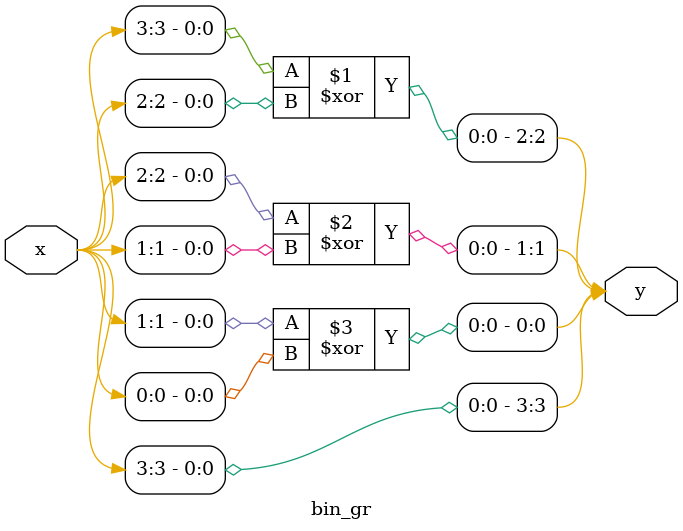
<source format=sv>
module bin_gr(x,y);
input logic[3:0] x;
output logic[3:0] y;
assign y[3]=x[3];
assign y[2]=x[3]^x[2];
assign y[1]=x[2]^x[1];
assign y[0]=x[1]^x[0];
endmodule

</source>
